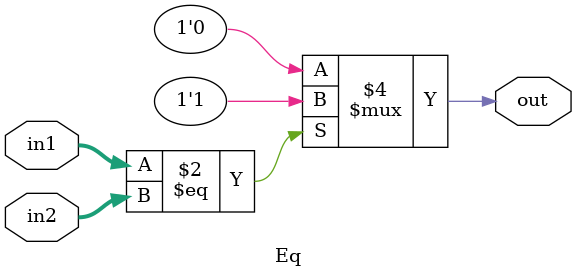
<source format=v>
module Eq(
    in1,
    in2,
    out
);

input   [31:0]  in1, in2;
output  reg     out;

always@(*) begin
    if (in1 == in2) begin
        out <= 1;
    end
    else begin
        out <= 0;
    end
end

endmodule // Eq
</source>
